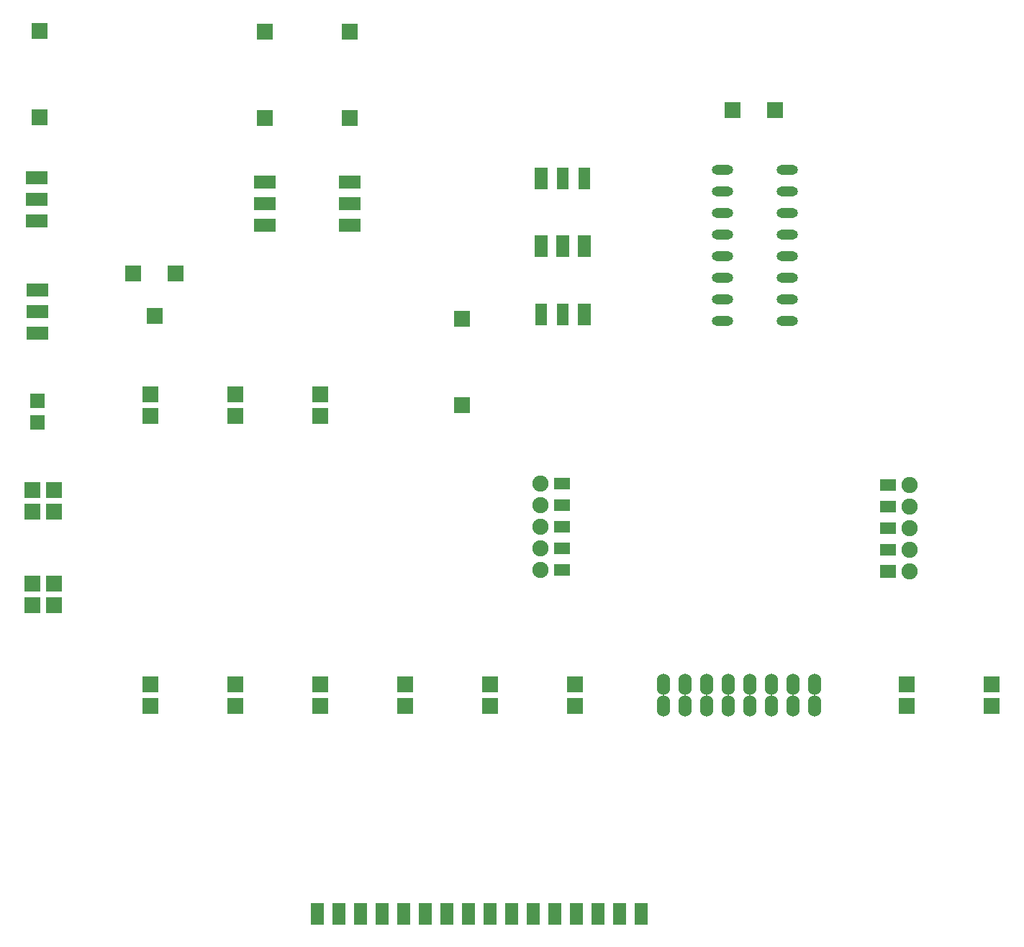
<source format=gbr>
%TF.GenerationSoftware,KiCad,Pcbnew,8.0.6*%
%TF.CreationDate,2025-02-16T20:33:08+01:00*%
%TF.ProjectId,LCD_PCF_v4,4c43445f-5043-4465-9f76-342e6b696361,rev?*%
%TF.SameCoordinates,Original*%
%TF.FileFunction,Soldermask,Top*%
%TF.FilePolarity,Negative*%
%FSLAX46Y46*%
G04 Gerber Fmt 4.6, Leading zero omitted, Abs format (unit mm)*
G04 Created by KiCad (PCBNEW 8.0.6) date 2025-02-16 20:33:08*
%MOMM*%
%LPD*%
G01*
G04 APERTURE LIST*
%ADD10R,1.905000X1.905000*%
%ADD11R,1.524000X2.540000*%
%ADD12R,1.700000X1.700000*%
%ADD13R,2.540000X1.524000*%
%ADD14R,1.905000X1.397000*%
%ADD15R,1.905000X1.524000*%
%ADD16C,1.905000*%
%ADD17O,1.905000X1.905000*%
%ADD18R,1.397000X2.540000*%
%ADD19O,2.540000X1.143000*%
%ADD20O,1.524000X2.540000*%
G04 APERTURE END LIST*
D10*
%TO.C,J11*%
X60300000Y-64740000D03*
X60300000Y-67280000D03*
%TD*%
%TO.C,J23*%
X29000000Y-87000000D03*
X26460000Y-87000000D03*
X29000000Y-89540000D03*
X26460000Y-89540000D03*
%TD*%
%TO.C,R4*%
X27300000Y-32080000D03*
X27300000Y-21920000D03*
%TD*%
%TO.C,J25*%
X50300000Y-64740000D03*
X50300000Y-67280000D03*
%TD*%
D11*
%TO.C,J13*%
X86300000Y-47280000D03*
X88840000Y-47280000D03*
X91380000Y-47280000D03*
%TD*%
D10*
%TO.C,C1*%
X108800000Y-31280000D03*
X113800000Y-31280000D03*
%TD*%
%TO.C,J5*%
X90300000Y-98850000D03*
X90300000Y-101390000D03*
%TD*%
D12*
%TO.C,J19*%
X27000000Y-65460000D03*
X27000000Y-68000000D03*
%TD*%
D10*
%TO.C,J22*%
X29000000Y-76000000D03*
X26460000Y-76000000D03*
X29000000Y-78540000D03*
X26460000Y-78540000D03*
%TD*%
D13*
%TO.C,J18*%
X27000000Y-52460000D03*
X27000000Y-55000000D03*
X27000000Y-57540000D03*
%TD*%
D14*
%TO.C,J20*%
X127130000Y-75390000D03*
X127130000Y-77930000D03*
X127130000Y-80470000D03*
X127130000Y-83010000D03*
D15*
X127130000Y-85550000D03*
D16*
X129670000Y-85550000D03*
X129670000Y-83010000D03*
D17*
X129670000Y-80470000D03*
D16*
X129670000Y-77930000D03*
X129670000Y-75390000D03*
%TD*%
D10*
%TO.C,R2*%
X53800000Y-22000000D03*
X53800000Y-32160000D03*
%TD*%
D16*
%TO.C,J21*%
X86190000Y-75190000D03*
D17*
X86190000Y-77730000D03*
X86190000Y-80270000D03*
X86190000Y-82810000D03*
X86190000Y-85350000D03*
D14*
X88730000Y-85350000D03*
X88730000Y-82810000D03*
X88730000Y-80270000D03*
X88730000Y-77730000D03*
X88730000Y-75190000D03*
%TD*%
D10*
%TO.C,J9*%
X50300000Y-98840000D03*
X50300000Y-101380000D03*
%TD*%
D11*
%TO.C,J12*%
X86300000Y-39280000D03*
D18*
X88840000Y-39280000D03*
X91380000Y-39280000D03*
%TD*%
D11*
%TO.C,J1*%
X59985000Y-125800000D03*
X62525000Y-125800000D03*
X65065000Y-125800000D03*
X67605000Y-125800000D03*
X70145000Y-125800000D03*
X72685000Y-125800000D03*
X75225000Y-125800000D03*
X77765000Y-125800000D03*
X80305000Y-125800000D03*
X82845000Y-125800000D03*
X85385000Y-125800000D03*
X87925000Y-125800000D03*
X90465000Y-125800000D03*
X93005000Y-125800000D03*
X95545000Y-125800000D03*
X98085000Y-125800000D03*
%TD*%
D19*
%TO.C,U1*%
X107680000Y-38280000D03*
X107680000Y-40820000D03*
X107680000Y-43360000D03*
X107680000Y-45900000D03*
X107680000Y-48440000D03*
X107680000Y-50980000D03*
X107680000Y-53520000D03*
X107680000Y-56060000D03*
X115300000Y-56060000D03*
X115300000Y-53520000D03*
X115300000Y-50980000D03*
X115300000Y-48440000D03*
X115300000Y-45900000D03*
X115300000Y-43360000D03*
X115300000Y-40820000D03*
X115300000Y-38280000D03*
%TD*%
D10*
%TO.C,J10*%
X40300000Y-98840000D03*
X40300000Y-101380000D03*
%TD*%
D13*
%TO.C,J17*%
X63800000Y-39740000D03*
X63800000Y-42280000D03*
X63800000Y-44820000D03*
%TD*%
%TO.C,J15*%
X26975000Y-39250000D03*
X26975000Y-41790000D03*
X26975000Y-44330000D03*
%TD*%
D10*
%TO.C,J24*%
X40300000Y-64740000D03*
X40300000Y-67280000D03*
%TD*%
D18*
%TO.C,J14*%
X86295000Y-55280000D03*
X88835000Y-55280000D03*
D11*
X91375000Y-55280000D03*
%TD*%
D10*
%TO.C,J8*%
X60300000Y-98840000D03*
X60300000Y-101380000D03*
%TD*%
%TO.C,R3*%
X63800000Y-22000000D03*
X63800000Y-32160000D03*
%TD*%
%TO.C,R1*%
X77000000Y-66000000D03*
X77000000Y-55840000D03*
%TD*%
D13*
%TO.C,J16*%
X53825000Y-39740000D03*
X53825000Y-42280000D03*
X53825000Y-44820000D03*
%TD*%
D20*
%TO.C,J2*%
X100680000Y-101340000D03*
X103220000Y-101340000D03*
X105760000Y-101340000D03*
X108300000Y-101340000D03*
X110840000Y-101340000D03*
X113380000Y-101340000D03*
X115920000Y-101340000D03*
X118460000Y-101340000D03*
X118460000Y-98800000D03*
X115920000Y-98800000D03*
X113380000Y-98800000D03*
X110840000Y-98800000D03*
X108300000Y-98800000D03*
X105760000Y-98800000D03*
X103220000Y-98800000D03*
X100680000Y-98800000D03*
%TD*%
D10*
%TO.C,J7*%
X70300000Y-98840000D03*
X70300000Y-101380000D03*
%TD*%
%TO.C,J4*%
X139300000Y-98840000D03*
X139300000Y-101380000D03*
%TD*%
%TO.C,J3*%
X129300000Y-98840000D03*
X129300000Y-101380000D03*
%TD*%
%TO.C,RV1*%
X43300000Y-50500000D03*
X40800000Y-55500000D03*
X38300000Y-50500000D03*
%TD*%
%TO.C,J6*%
X80300000Y-98840000D03*
X80300000Y-101380000D03*
%TD*%
M02*

</source>
